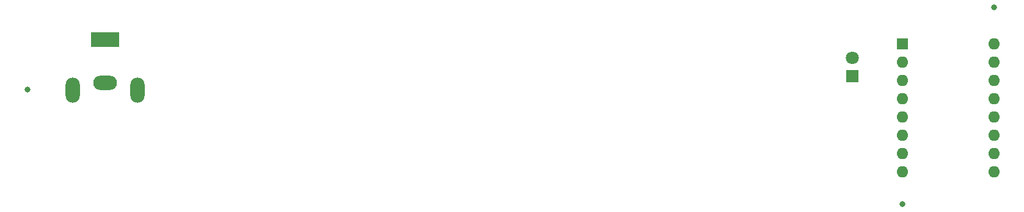
<source format=gbr>
G04 #@! TF.GenerationSoftware,KiCad,Pcbnew,(5.0.2)-1*
G04 #@! TF.CreationDate,2019-03-22T12:57:49+00:00*
G04 #@! TF.ProjectId,PCBStencil,50434253-7465-46e6-9369-6c2e6b696361,1.0*
G04 #@! TF.SameCoordinates,Original*
G04 #@! TF.FileFunction,Copper,L2,Bot*
G04 #@! TF.FilePolarity,Positive*
%FSLAX46Y46*%
G04 Gerber Fmt 4.6, Leading zero omitted, Abs format (unit mm)*
G04 Created by KiCad (PCBNEW (5.0.2)-1) date 22/03/2019 12:57:49*
%MOMM*%
%LPD*%
G01*
G04 APERTURE LIST*
G04 #@! TA.AperFunction,ComponentPad*
%ADD10O,2.000000X3.500000*%
G04 #@! TD*
G04 #@! TA.AperFunction,ComponentPad*
%ADD11O,3.300000X2.000000*%
G04 #@! TD*
G04 #@! TA.AperFunction,ComponentPad*
%ADD12R,4.000000X2.000000*%
G04 #@! TD*
G04 #@! TA.AperFunction,ComponentPad*
%ADD13O,1.600000X1.600000*%
G04 #@! TD*
G04 #@! TA.AperFunction,ComponentPad*
%ADD14R,1.600000X1.600000*%
G04 #@! TD*
G04 #@! TA.AperFunction,ComponentPad*
%ADD15C,1.800000*%
G04 #@! TD*
G04 #@! TA.AperFunction,ComponentPad*
%ADD16R,1.800000X1.800000*%
G04 #@! TD*
G04 #@! TA.AperFunction,ViaPad*
%ADD17C,0.800000*%
G04 #@! TD*
G04 APERTURE END LIST*
D10*
G04 #@! TO.P,REF\002A\002A,MP*
G04 #@! TO.N,N/C*
X97845000Y-114315000D03*
X88845000Y-114315000D03*
D11*
G04 #@! TO.P,REF\002A\002A,2*
X93345000Y-113315000D03*
D12*
G04 #@! TO.P,REF\002A\002A,1*
X93345000Y-107315000D03*
G04 #@! TD*
D13*
G04 #@! TO.P,REF\002A\002A,16*
G04 #@! TO.N,N/C*
X216535000Y-107950000D03*
G04 #@! TO.P,REF\002A\002A,8*
X203835000Y-125730000D03*
G04 #@! TO.P,REF\002A\002A,15*
X216535000Y-110490000D03*
G04 #@! TO.P,REF\002A\002A,7*
X203835000Y-123190000D03*
G04 #@! TO.P,REF\002A\002A,14*
X216535000Y-113030000D03*
G04 #@! TO.P,REF\002A\002A,6*
X203835000Y-120650000D03*
G04 #@! TO.P,REF\002A\002A,13*
X216535000Y-115570000D03*
G04 #@! TO.P,REF\002A\002A,5*
X203835000Y-118110000D03*
G04 #@! TO.P,REF\002A\002A,12*
X216535000Y-118110000D03*
G04 #@! TO.P,REF\002A\002A,4*
X203835000Y-115570000D03*
G04 #@! TO.P,REF\002A\002A,11*
X216535000Y-120650000D03*
G04 #@! TO.P,REF\002A\002A,3*
X203835000Y-113030000D03*
G04 #@! TO.P,REF\002A\002A,10*
X216535000Y-123190000D03*
G04 #@! TO.P,REF\002A\002A,2*
X203835000Y-110490000D03*
G04 #@! TO.P,REF\002A\002A,9*
X216535000Y-125730000D03*
D14*
G04 #@! TO.P,REF\002A\002A,1*
X203835000Y-107950000D03*
G04 #@! TD*
D15*
G04 #@! TO.P,REF\002A\002A,2*
G04 #@! TO.N,N/C*
X196850000Y-109855000D03*
D16*
G04 #@! TO.P,REF\002A\002A,1*
X196850000Y-112395000D03*
G04 #@! TD*
D17*
G04 #@! TO.N,*
X216535000Y-102870000D03*
X203835000Y-130175000D03*
X82550000Y-114300000D03*
G04 #@! TD*
M02*

</source>
